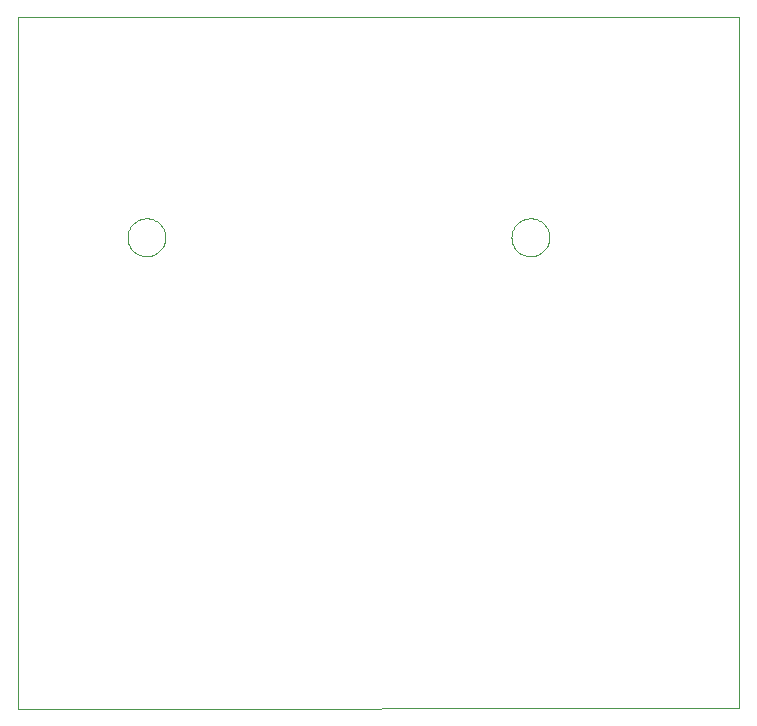
<source format=gko>
G75*
%MOIN*%
%OFA0B0*%
%FSLAX24Y24*%
%IPPOS*%
%LPD*%
%AMOC8*
5,1,8,0,0,1.08239X$1,22.5*
%
%ADD10C,0.0000*%
D10*
X002155Y000820D02*
X002155Y023885D01*
X026196Y023887D01*
X026178Y000834D01*
X002155Y000820D01*
X005805Y016533D02*
X005807Y016583D01*
X005813Y016633D01*
X005823Y016682D01*
X005837Y016730D01*
X005854Y016777D01*
X005875Y016822D01*
X005900Y016866D01*
X005928Y016907D01*
X005960Y016946D01*
X005994Y016983D01*
X006031Y017017D01*
X006071Y017047D01*
X006113Y017074D01*
X006157Y017098D01*
X006203Y017119D01*
X006250Y017135D01*
X006298Y017148D01*
X006348Y017157D01*
X006397Y017162D01*
X006448Y017163D01*
X006498Y017160D01*
X006547Y017153D01*
X006596Y017142D01*
X006644Y017127D01*
X006690Y017109D01*
X006735Y017087D01*
X006778Y017061D01*
X006819Y017032D01*
X006858Y017000D01*
X006894Y016965D01*
X006926Y016927D01*
X006956Y016887D01*
X006983Y016844D01*
X007006Y016800D01*
X007025Y016754D01*
X007041Y016706D01*
X007053Y016657D01*
X007061Y016608D01*
X007065Y016558D01*
X007065Y016508D01*
X007061Y016458D01*
X007053Y016409D01*
X007041Y016360D01*
X007025Y016312D01*
X007006Y016266D01*
X006983Y016222D01*
X006956Y016179D01*
X006926Y016139D01*
X006894Y016101D01*
X006858Y016066D01*
X006819Y016034D01*
X006778Y016005D01*
X006735Y015979D01*
X006690Y015957D01*
X006644Y015939D01*
X006596Y015924D01*
X006547Y015913D01*
X006498Y015906D01*
X006448Y015903D01*
X006397Y015904D01*
X006348Y015909D01*
X006298Y015918D01*
X006250Y015931D01*
X006203Y015947D01*
X006157Y015968D01*
X006113Y015992D01*
X006071Y016019D01*
X006031Y016049D01*
X005994Y016083D01*
X005960Y016120D01*
X005928Y016159D01*
X005900Y016200D01*
X005875Y016244D01*
X005854Y016289D01*
X005837Y016336D01*
X005823Y016384D01*
X005813Y016433D01*
X005807Y016483D01*
X005805Y016533D01*
X018603Y016533D02*
X018605Y016583D01*
X018611Y016633D01*
X018621Y016682D01*
X018635Y016730D01*
X018652Y016777D01*
X018673Y016822D01*
X018698Y016866D01*
X018726Y016907D01*
X018758Y016946D01*
X018792Y016983D01*
X018829Y017017D01*
X018869Y017047D01*
X018911Y017074D01*
X018955Y017098D01*
X019001Y017119D01*
X019048Y017135D01*
X019096Y017148D01*
X019146Y017157D01*
X019195Y017162D01*
X019246Y017163D01*
X019296Y017160D01*
X019345Y017153D01*
X019394Y017142D01*
X019442Y017127D01*
X019488Y017109D01*
X019533Y017087D01*
X019576Y017061D01*
X019617Y017032D01*
X019656Y017000D01*
X019692Y016965D01*
X019724Y016927D01*
X019754Y016887D01*
X019781Y016844D01*
X019804Y016800D01*
X019823Y016754D01*
X019839Y016706D01*
X019851Y016657D01*
X019859Y016608D01*
X019863Y016558D01*
X019863Y016508D01*
X019859Y016458D01*
X019851Y016409D01*
X019839Y016360D01*
X019823Y016312D01*
X019804Y016266D01*
X019781Y016222D01*
X019754Y016179D01*
X019724Y016139D01*
X019692Y016101D01*
X019656Y016066D01*
X019617Y016034D01*
X019576Y016005D01*
X019533Y015979D01*
X019488Y015957D01*
X019442Y015939D01*
X019394Y015924D01*
X019345Y015913D01*
X019296Y015906D01*
X019246Y015903D01*
X019195Y015904D01*
X019146Y015909D01*
X019096Y015918D01*
X019048Y015931D01*
X019001Y015947D01*
X018955Y015968D01*
X018911Y015992D01*
X018869Y016019D01*
X018829Y016049D01*
X018792Y016083D01*
X018758Y016120D01*
X018726Y016159D01*
X018698Y016200D01*
X018673Y016244D01*
X018652Y016289D01*
X018635Y016336D01*
X018621Y016384D01*
X018611Y016433D01*
X018605Y016483D01*
X018603Y016533D01*
M02*

</source>
